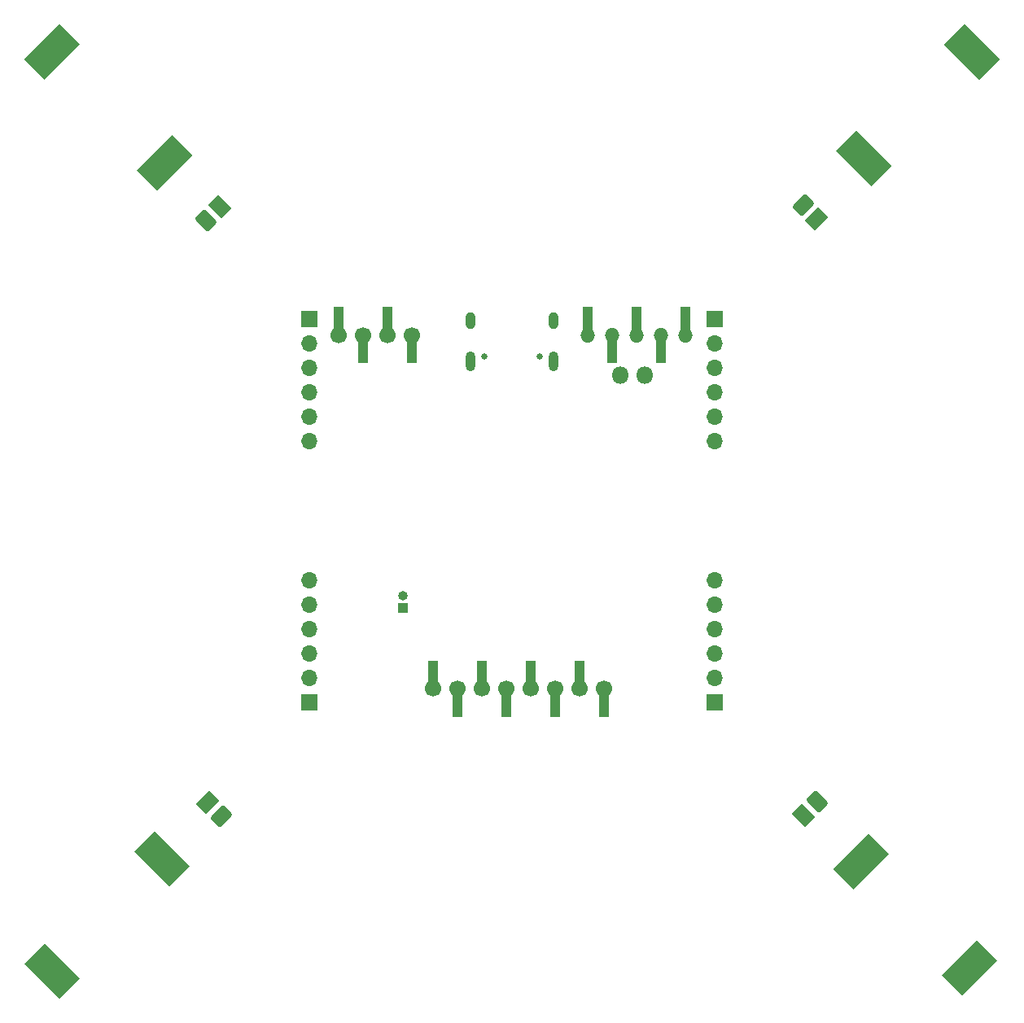
<source format=gbr>
%TF.GenerationSoftware,KiCad,Pcbnew,9.0.0*%
%TF.CreationDate,2025-11-21T14:04:07-05:00*%
%TF.ProjectId,LiteWingV2.5C,4c697465-5769-46e6-9756-322e35432e6b,rev?*%
%TF.SameCoordinates,Original*%
%TF.FileFunction,Soldermask,Bot*%
%TF.FilePolarity,Negative*%
%FSLAX46Y46*%
G04 Gerber Fmt 4.6, Leading zero omitted, Abs format (unit mm)*
G04 Created by KiCad (PCBNEW 9.0.0) date 2025-11-21 14:04:07*
%MOMM*%
%LPD*%
G01*
G04 APERTURE LIST*
G04 Aperture macros list*
%AMRoundRect*
0 Rectangle with rounded corners*
0 $1 Rounding radius*
0 $2 $3 $4 $5 $6 $7 $8 $9 X,Y pos of 4 corners*
0 Add a 4 corners polygon primitive as box body*
4,1,4,$2,$3,$4,$5,$6,$7,$8,$9,$2,$3,0*
0 Add four circle primitives for the rounded corners*
1,1,$1+$1,$2,$3*
1,1,$1+$1,$4,$5*
1,1,$1+$1,$6,$7*
1,1,$1+$1,$8,$9*
0 Add four rect primitives between the rounded corners*
20,1,$1+$1,$2,$3,$4,$5,0*
20,1,$1+$1,$4,$5,$6,$7,0*
20,1,$1+$1,$6,$7,$8,$9,0*
20,1,$1+$1,$8,$9,$2,$3,0*%
%AMRotRect*
0 Rectangle, with rotation*
0 The origin of the aperture is its center*
0 $1 length*
0 $2 width*
0 $3 Rotation angle, in degrees counterclockwise*
0 Add horizontal line*
21,1,$1,$2,0,0,$3*%
G04 Aperture macros list end*
%ADD10C,0.000000*%
%ADD11R,1.000000X1.000000*%
%ADD12O,1.000000X1.000000*%
%ADD13RoundRect,0.312500X-0.176777X0.795495X-0.795495X0.176777X0.176777X-0.795495X0.795495X-0.176777X0*%
%ADD14RotRect,1.500000X2.000000X225.000000*%
%ADD15RoundRect,0.312500X0.795495X0.176777X0.176777X0.795495X-0.795495X-0.176777X-0.176777X-0.795495X0*%
%ADD16RotRect,1.500000X2.000000X135.000000*%
%ADD17RoundRect,0.312500X0.176777X-0.795495X0.795495X-0.176777X-0.176777X0.795495X-0.795495X0.176777X0*%
%ADD18RotRect,1.500000X2.000000X45.000000*%
%ADD19R,1.700000X1.700000*%
%ADD20O,1.700000X1.700000*%
%ADD21C,0.650000*%
%ADD22O,1.000000X2.100000*%
%ADD23O,1.000000X1.800000*%
%ADD24O,1.800000X1.800000*%
%ADD25RoundRect,0.312500X-0.795495X-0.176777X-0.176777X-0.795495X0.795495X0.176777X0.176777X0.795495X0*%
%ADD26RotRect,1.500000X2.000000X315.000000*%
%ADD27C,1.700000*%
%ADD28R,1.000000X2.510000*%
%ADD29O,1.524000X1.524000*%
G04 APERTURE END LIST*
D10*
G36*
X102463144Y-142762438D02*
G01*
X100340974Y-144884608D01*
X96682104Y-141223198D01*
X98799194Y-139097218D01*
X102463144Y-142762438D01*
G37*
G36*
X102449174Y-45602358D02*
G01*
X98783954Y-49266308D01*
X96661784Y-47144138D01*
X100323194Y-43485268D01*
X102449174Y-45602358D01*
G37*
G36*
X113885901Y-131107449D02*
G01*
X111763731Y-133229619D01*
X108104861Y-129568209D01*
X110221951Y-127442229D01*
X113885901Y-131107449D01*
G37*
G36*
X198094964Y-47148520D02*
G01*
X195977874Y-49274500D01*
X192313924Y-45609280D01*
X194436094Y-43487110D01*
X198094964Y-47148520D01*
G37*
G36*
X114152915Y-57181462D02*
G01*
X110487695Y-60845412D01*
X108365525Y-58723242D01*
X112026935Y-55064372D01*
X114152915Y-57181462D01*
G37*
G36*
X186562367Y-129840134D02*
G01*
X182900957Y-133499004D01*
X180774977Y-131381914D01*
X184440197Y-127717964D01*
X186562367Y-129840134D01*
G37*
G36*
X186829069Y-58229975D02*
G01*
X184711979Y-60355955D01*
X181048029Y-56690735D01*
X183170199Y-54568565D01*
X186829069Y-58229975D01*
G37*
G36*
X197883896Y-140920240D02*
G01*
X194222486Y-144579110D01*
X192096506Y-142462020D01*
X195761726Y-138798070D01*
X197883896Y-140920240D01*
G37*
D11*
%TO.C,J14*%
X136061500Y-104255050D03*
D12*
X136061500Y-103004850D03*
%TD*%
D13*
%TO.C,J8*%
X179133199Y-124391485D03*
D14*
X177718985Y-125805699D03*
%TD*%
D15*
%TO.C,J9*%
X117141500Y-125899000D03*
D16*
X115727286Y-124484786D03*
%TD*%
D17*
%TO.C,J10*%
X115546801Y-63924515D03*
D18*
X116961015Y-62510301D03*
%TD*%
D19*
%TO.C,J5*%
X126276500Y-114084000D03*
D20*
X126276500Y-111544000D03*
X126276500Y-109004000D03*
X126276500Y-106464000D03*
X126276500Y-103924000D03*
X126276500Y-101384000D03*
%TD*%
D19*
%TO.C,J3*%
X168477500Y-114084000D03*
D20*
X168477500Y-111544000D03*
X168477500Y-109004000D03*
X168477500Y-106464000D03*
X168477500Y-103924000D03*
X168477500Y-101384000D03*
%TD*%
D19*
%TO.C,J4*%
X168477500Y-74204000D03*
D20*
X168477500Y-76744000D03*
X168477500Y-79284000D03*
X168477500Y-81824000D03*
X168477500Y-84364000D03*
X168477500Y-86904000D03*
%TD*%
D19*
%TO.C,J6*%
X126276500Y-74204000D03*
D20*
X126276500Y-76744000D03*
X126276500Y-79284000D03*
X126276500Y-81824000D03*
X126276500Y-84364000D03*
X126276500Y-86904000D03*
%TD*%
D21*
%TO.C,J1*%
X150267500Y-78064000D03*
X144487500Y-78064000D03*
D22*
X151697500Y-78584000D03*
D23*
X151697500Y-74384000D03*
D22*
X143057500Y-78584000D03*
D23*
X143057500Y-74384000D03*
%TD*%
D24*
%TO.C,J2*%
X161158501Y-80045600D03*
X158656499Y-80045600D03*
%TD*%
D25*
%TO.C,J7*%
X177666078Y-62332208D03*
D26*
X179080292Y-63746422D03*
%TD*%
D27*
%TO.C,J11*%
X156930000Y-112656500D03*
D28*
X156930000Y-114311500D03*
X154390000Y-111001500D03*
D27*
X154390000Y-112656500D03*
X151850000Y-112656500D03*
D28*
X151850000Y-114311500D03*
X149310000Y-111001501D03*
D27*
X149310000Y-112656500D03*
X146770000Y-112656500D03*
D28*
X146770000Y-114311500D03*
X144230000Y-111001500D03*
D27*
X144230000Y-112656500D03*
X141690000Y-112656500D03*
D28*
X141690000Y-114311500D03*
X139150000Y-111001500D03*
D27*
X139150000Y-112656500D03*
%TD*%
D28*
%TO.C,J13*%
X129347499Y-74214000D03*
D27*
X129347499Y-75869000D03*
D28*
X131887499Y-77524000D03*
D27*
X131887500Y-75869000D03*
D28*
X134427499Y-74214000D03*
D27*
X134427499Y-75869000D03*
X136967499Y-75869000D03*
D28*
X136967499Y-77524000D03*
%TD*%
D29*
%TO.C,J12*%
X155289499Y-75869000D03*
D28*
X155289500Y-74214000D03*
D29*
X157829499Y-75869000D03*
D28*
X157829499Y-77524000D03*
D29*
X160369498Y-75869000D03*
D28*
X160369499Y-74214000D03*
D29*
X162909499Y-75869000D03*
D28*
X162909499Y-77524000D03*
X165410499Y-74214000D03*
D29*
X165449499Y-75869000D03*
%TD*%
M02*

</source>
